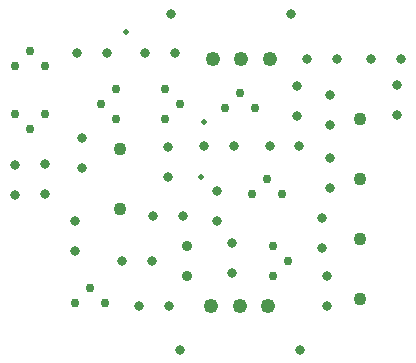
<source format=gbr>
%TF.GenerationSoftware,KiCad,Pcbnew,6.0.2+dfsg-1*%
%TF.CreationDate,2023-01-26T19:34:15+01:00*%
%TF.ProjectId,SK25,534b3235-2e6b-4696-9361-645f70636258,rev?*%
%TF.SameCoordinates,Original*%
%TF.FileFunction,Plated,1,2,PTH,Drill*%
%TF.FilePolarity,Positive*%
%FSLAX46Y46*%
G04 Gerber Fmt 4.6, Leading zero omitted, Abs format (unit mm)*
G04 Created by KiCad (PCBNEW 6.0.2+dfsg-1) date 2023-01-26 19:34:15*
%MOMM*%
%LPD*%
G01*
G04 APERTURE LIST*
%TA.AperFunction,ViaDrill*%
%ADD10C,0.500000*%
%TD*%
%TA.AperFunction,ComponentDrill*%
%ADD11C,0.750000*%
%TD*%
%TA.AperFunction,ComponentDrill*%
%ADD12C,0.800000*%
%TD*%
%TA.AperFunction,ComponentDrill*%
%ADD13C,0.900000*%
%TD*%
%TA.AperFunction,ComponentDrill*%
%ADD14C,1.100000*%
%TD*%
%TA.AperFunction,ComponentDrill*%
%ADD15C,1.249680*%
%TD*%
G04 APERTURE END LIST*
D10*
X149098000Y-82804000D03*
X155448000Y-95094315D03*
X155702000Y-90424000D03*
D11*
%TO.C,Q4*%
X139700000Y-85725000D03*
%TO.C,Q5*%
X139700000Y-89810000D03*
%TO.C,Q4*%
X140970000Y-84455000D03*
%TO.C,Q5*%
X140970000Y-91080000D03*
%TO.C,Q4*%
X142240000Y-85725000D03*
%TO.C,Q5*%
X142240000Y-89810000D03*
%TO.C,Q1*%
X144780000Y-105770000D03*
X146050000Y-104500000D03*
%TO.C,Q2*%
X147045000Y-88900000D03*
%TO.C,Q1*%
X147320000Y-105770000D03*
%TO.C,Q2*%
X148315000Y-87630000D03*
X148315000Y-90170000D03*
%TO.C,Q3*%
X152400000Y-87630000D03*
X152400000Y-90170000D03*
X153670000Y-88900000D03*
%TO.C,Q8*%
X157480000Y-89260000D03*
X158750000Y-87990000D03*
%TO.C,Q6*%
X159766000Y-96520000D03*
%TO.C,Q8*%
X160020000Y-89260000D03*
%TO.C,Q6*%
X161036000Y-95250000D03*
%TO.C,Q7*%
X161565000Y-100965000D03*
X161565000Y-103505000D03*
%TO.C,Q6*%
X162306000Y-96520000D03*
%TO.C,Q7*%
X162835000Y-102235000D03*
D12*
%TO.C,D2*%
X139700000Y-94135686D03*
X139700000Y-96675686D03*
%TO.C,D1*%
X142240000Y-93980000D03*
X142240000Y-96520000D03*
%TO.C,R2*%
X144780000Y-98835000D03*
X144780000Y-101375000D03*
%TO.C,R4*%
X145005000Y-84582000D03*
%TO.C,R5*%
X145415000Y-91850000D03*
X145415000Y-94390000D03*
%TO.C,R4*%
X147545000Y-84582000D03*
%TO.C,R3*%
X148815000Y-102235000D03*
%TO.C,R1*%
X150270000Y-106045000D03*
%TO.C,D4*%
X150720315Y-84582000D03*
%TO.C,R3*%
X151355000Y-102235000D03*
%TO.C,L1*%
X151405000Y-98425000D03*
%TO.C,D9*%
X152654000Y-92554315D03*
X152654000Y-95094315D03*
%TO.C,R1*%
X152810000Y-106045000D03*
%TO.C,D6*%
X152908000Y-81280000D03*
%TO.C,D4*%
X153260315Y-84582000D03*
%TO.C,D5*%
X153670000Y-109728000D03*
%TO.C,L1*%
X153945000Y-98425000D03*
%TO.C,R7*%
X155702000Y-92456000D03*
%TO.C,R12*%
X156845000Y-96295000D03*
X156845000Y-98835000D03*
%TO.C,R6*%
X158115000Y-100740000D03*
X158115000Y-103280000D03*
%TO.C,R7*%
X158242000Y-92456000D03*
%TO.C,C1*%
X161310000Y-92456000D03*
%TO.C,D6*%
X163068000Y-81280000D03*
%TO.C,R13*%
X163576000Y-87405000D03*
X163576000Y-89945000D03*
%TO.C,C1*%
X163810000Y-92456000D03*
%TO.C,D5*%
X163830000Y-109728000D03*
%TO.C,C2*%
X164485000Y-85090000D03*
%TO.C,R10*%
X165735000Y-98581000D03*
X165735000Y-101121000D03*
%TO.C,R9*%
X166116000Y-103505000D03*
X166116000Y-106045000D03*
%TO.C,D8*%
X166370000Y-88138000D03*
X166370000Y-90678000D03*
%TO.C,D7*%
X166370000Y-93500686D03*
X166370000Y-96040686D03*
%TO.C,C2*%
X166985000Y-85090000D03*
%TO.C,R8*%
X169897000Y-85090000D03*
%TO.C,R11*%
X172085000Y-87347000D03*
X172085000Y-89887000D03*
%TO.C,R8*%
X172437000Y-85090000D03*
D13*
%TO.C,D3*%
X154305000Y-100965000D03*
X154305000Y-103505000D03*
D14*
%TO.C,J2*%
X148590000Y-92710000D03*
%TO.C,J1*%
X148590000Y-97790000D03*
%TO.C,J4*%
X168910000Y-90170000D03*
%TO.C,J5*%
X168910000Y-95250000D03*
%TO.C,J6*%
X168910000Y-100330000D03*
%TO.C,J3*%
X168910000Y-105410000D03*
D15*
%TO.C,Q9*%
X156362400Y-106045000D03*
%TO.C,Q10*%
X156514800Y-85090000D03*
%TO.C,Q9*%
X158750000Y-106045000D03*
%TO.C,Q10*%
X158902400Y-85090000D03*
%TO.C,Q9*%
X161137600Y-106045000D03*
%TO.C,Q10*%
X161290000Y-85090000D03*
M02*

</source>
